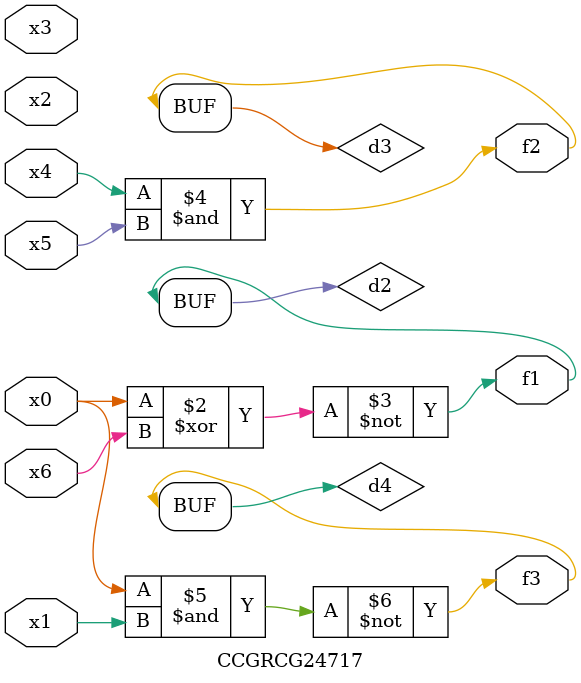
<source format=v>
module CCGRCG24717(
	input x0, x1, x2, x3, x4, x5, x6,
	output f1, f2, f3
);

	wire d1, d2, d3, d4;

	nor (d1, x0);
	xnor (d2, x0, x6);
	and (d3, x4, x5);
	nand (d4, x0, x1);
	assign f1 = d2;
	assign f2 = d3;
	assign f3 = d4;
endmodule

</source>
